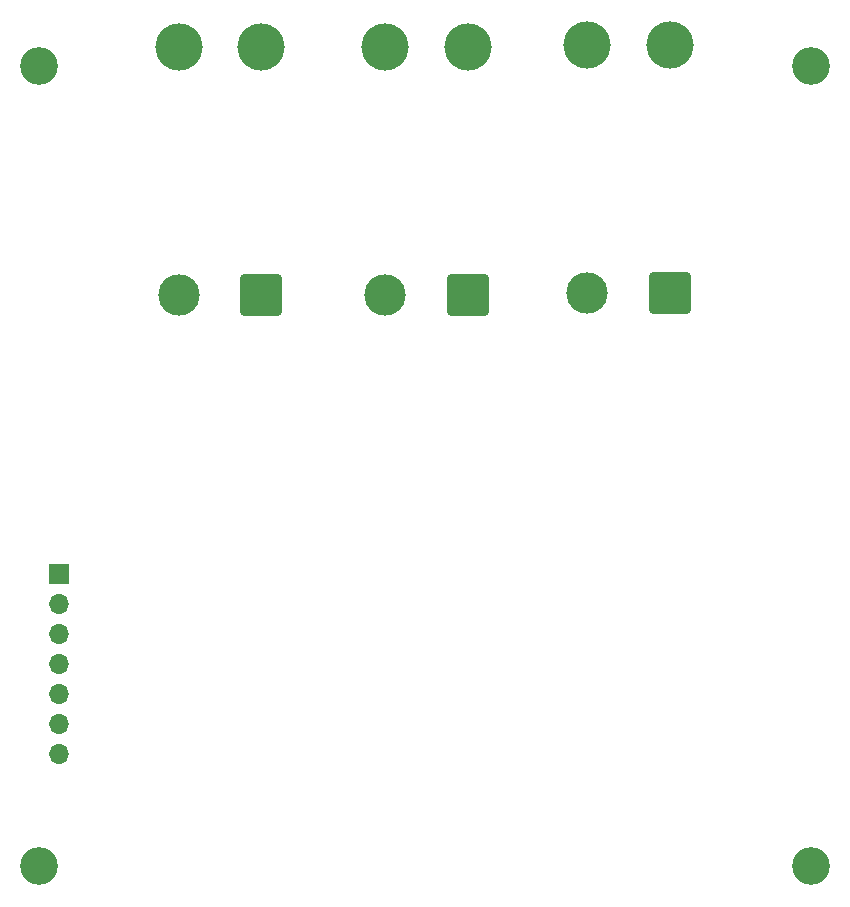
<source format=gbr>
%TF.GenerationSoftware,KiCad,Pcbnew,(6.0.7)*%
%TF.CreationDate,2023-02-21T13:12:56+03:00*%
%TF.ProjectId,Omarichet EPS Stack,4f6d6172-6963-4686-9574-204550532053,rev?*%
%TF.SameCoordinates,Original*%
%TF.FileFunction,Soldermask,Bot*%
%TF.FilePolarity,Negative*%
%FSLAX46Y46*%
G04 Gerber Fmt 4.6, Leading zero omitted, Abs format (unit mm)*
G04 Created by KiCad (PCBNEW (6.0.7)) date 2023-02-21 13:12:56*
%MOMM*%
%LPD*%
G01*
G04 APERTURE LIST*
G04 Aperture macros list*
%AMRoundRect*
0 Rectangle with rounded corners*
0 $1 Rounding radius*
0 $2 $3 $4 $5 $6 $7 $8 $9 X,Y pos of 4 corners*
0 Add a 4 corners polygon primitive as box body*
4,1,4,$2,$3,$4,$5,$6,$7,$8,$9,$2,$3,0*
0 Add four circle primitives for the rounded corners*
1,1,$1+$1,$2,$3*
1,1,$1+$1,$4,$5*
1,1,$1+$1,$6,$7*
1,1,$1+$1,$8,$9*
0 Add four rect primitives between the rounded corners*
20,1,$1+$1,$2,$3,$4,$5,0*
20,1,$1+$1,$4,$5,$6,$7,0*
20,1,$1+$1,$6,$7,$8,$9,0*
20,1,$1+$1,$8,$9,$2,$3,0*%
G04 Aperture macros list end*
%ADD10C,4.000000*%
%ADD11RoundRect,0.250002X1.499998X1.499998X-1.499998X1.499998X-1.499998X-1.499998X1.499998X-1.499998X0*%
%ADD12C,3.500000*%
%ADD13R,1.700000X1.700000*%
%ADD14O,1.700000X1.700000*%
%ADD15C,3.200000*%
G04 APERTURE END LIST*
D10*
%TO.C,J1*%
X112890000Y-49630000D03*
X119890000Y-49630000D03*
D11*
X119890000Y-70630000D03*
D12*
X112890000Y-70630000D03*
%TD*%
D13*
%TO.C,J2*%
X102720000Y-94245000D03*
D14*
X102720000Y-96785000D03*
X102720000Y-99325000D03*
X102720000Y-101865000D03*
X102720000Y-104405000D03*
X102720000Y-106945000D03*
X102720000Y-109485000D03*
%TD*%
D15*
%TO.C,H1*%
X101110000Y-51240000D03*
%TD*%
%TO.C,H3*%
X166410000Y-119040000D03*
%TD*%
%TO.C,H4*%
X166400000Y-51300000D03*
%TD*%
%TO.C,H2*%
X101080000Y-119040000D03*
%TD*%
D10*
%TO.C,J4*%
X154500000Y-49500000D03*
X147500000Y-49500000D03*
D11*
X154500000Y-70500000D03*
D12*
X147500000Y-70500000D03*
%TD*%
D10*
%TO.C,J3*%
X130380000Y-49630000D03*
X137380000Y-49630000D03*
D11*
X137380000Y-70630000D03*
D12*
X130380000Y-70630000D03*
%TD*%
M02*

</source>
